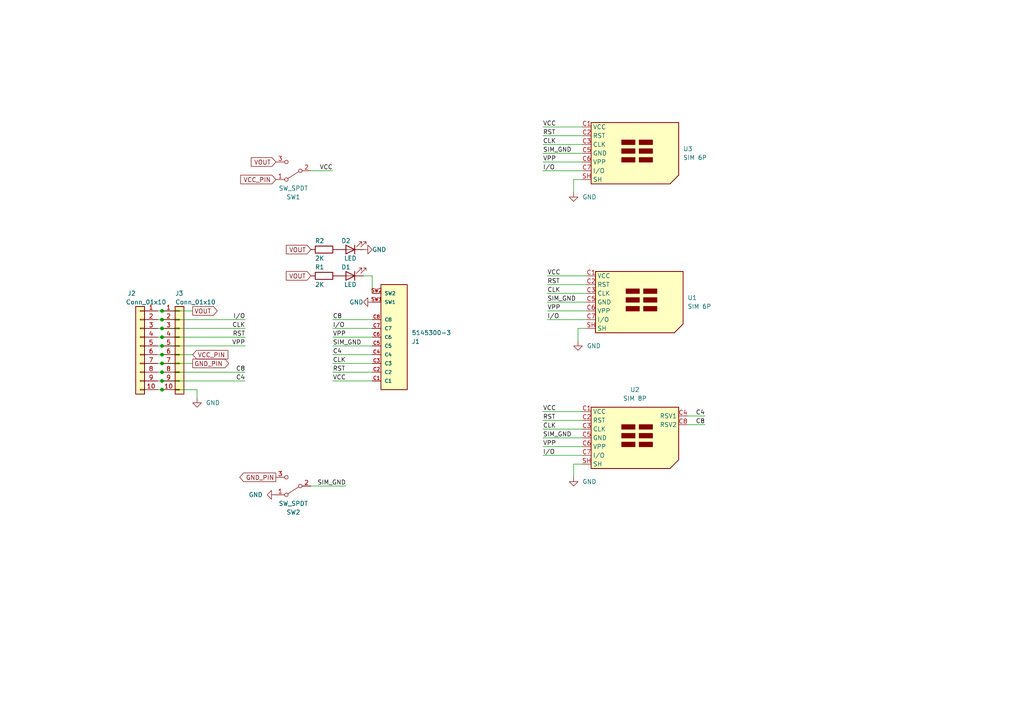
<source format=kicad_sch>
(kicad_sch (version 20230121) (generator eeschema)

  (uuid 0e90689e-63e1-4386-8e72-ce616efbd88b)

  (paper "A4")

  (lib_symbols
    (symbol "5145300-3:5145300-3" (pin_names (offset 1.016)) (in_bom yes) (on_board yes)
      (property "Reference" "J" (at -5.0883 15.9011 0)
        (effects (font (size 1.27 1.27)) (justify left bottom))
      )
      (property "Value" "5145300-3" (at -5.0832 -17.7912 0)
        (effects (font (size 1.27 1.27)) (justify left bottom))
      )
      (property "Footprint" "5145300-3:TE_5145300-3" (at 0 0 0)
        (effects (font (size 1.27 1.27)) (justify bottom) hide)
      )
      (property "Datasheet" "" (at 0 0 0)
        (effects (font (size 1.27 1.27)) hide)
      )
      (property "Comment" "5145300-3" (at 0 0 0)
        (effects (font (size 1.27 1.27)) (justify bottom) hide)
      )
      (property "MF" "TE Connectivity" (at 0 0 0)
        (effects (font (size 1.27 1.27)) (justify bottom) hide)
      )
      (property "Description" "\nConn Smart Card RCP 8 POS 2.54mm Solder ST SMD Tray\n" (at 0 0 0)
        (effects (font (size 1.27 1.27)) (justify bottom) hide)
      )
      (property "Package" "None" (at 0 0 0)
        (effects (font (size 1.27 1.27)) (justify bottom) hide)
      )
      (property "Price" "None" (at 0 0 0)
        (effects (font (size 1.27 1.27)) (justify bottom) hide)
      )
      (property "Check_prices" "https://www.snapeda.com/parts/5145300-3/TE+Connectivity+AMP+Connectors/view-part/?ref=eda" (at 0 0 0)
        (effects (font (size 1.27 1.27)) (justify bottom) hide)
      )
      (property "STANDARD" "Manufacturer recommendations" (at 0 0 0)
        (effects (font (size 1.27 1.27)) (justify bottom) hide)
      )
      (property "PARTREV" "C3" (at 0 0 0)
        (effects (font (size 1.27 1.27)) (justify bottom) hide)
      )
      (property "SnapEDA_Link" "https://www.snapeda.com/parts/5145300-3/TE+Connectivity+AMP+Connectors/view-part/?ref=snap" (at 0 0 0)
        (effects (font (size 1.27 1.27)) (justify bottom) hide)
      )
      (property "MP" "5145300-3" (at 0 0 0)
        (effects (font (size 1.27 1.27)) (justify bottom) hide)
      )
      (property "Purchase-URL" "https://www.snapeda.com/api/url_track_click_mouser/?unipart_id=543619&manufacturer=TE Connectivity&part_name=5145300-3&search_term=smart card connector" (at 0 0 0)
        (effects (font (size 1.27 1.27)) (justify bottom) hide)
      )
      (property "EU_RoHS_Compliance" "Compliant" (at 0 0 0)
        (effects (font (size 1.27 1.27)) (justify bottom) hide)
      )
      (property "Availability" "In Stock" (at 0 0 0)
        (effects (font (size 1.27 1.27)) (justify bottom) hide)
      )
      (property "MANUFACTURER" "TE Connectivity" (at 0 0 0)
        (effects (font (size 1.27 1.27)) (justify bottom) hide)
      )
      (symbol "5145300-3_0_0"
        (rectangle (start -5.08 -15.24) (end 2.54 15.24)
          (stroke (width 0.254) (type default))
          (fill (type background))
        )
        (pin passive line (at -7.62 12.7 0) (length 2.54)
          (name "C1" (effects (font (size 1.016 1.016))))
          (number "C1" (effects (font (size 1.016 1.016))))
        )
        (pin passive line (at -7.62 10.16 0) (length 2.54)
          (name "C2" (effects (font (size 1.016 1.016))))
          (number "C2" (effects (font (size 1.016 1.016))))
        )
        (pin passive line (at -7.62 7.62 0) (length 2.54)
          (name "C3" (effects (font (size 1.016 1.016))))
          (number "C3" (effects (font (size 1.016 1.016))))
        )
        (pin passive line (at -7.62 5.08 0) (length 2.54)
          (name "C4" (effects (font (size 1.016 1.016))))
          (number "C4" (effects (font (size 1.016 1.016))))
        )
        (pin passive line (at -7.62 2.54 0) (length 2.54)
          (name "C5" (effects (font (size 1.016 1.016))))
          (number "C5" (effects (font (size 1.016 1.016))))
        )
        (pin passive line (at -7.62 0 0) (length 2.54)
          (name "C6" (effects (font (size 1.016 1.016))))
          (number "C6" (effects (font (size 1.016 1.016))))
        )
        (pin passive line (at -7.62 -2.54 0) (length 2.54)
          (name "C7" (effects (font (size 1.016 1.016))))
          (number "C7" (effects (font (size 1.016 1.016))))
        )
        (pin passive line (at -7.62 -5.08 0) (length 2.54)
          (name "C8" (effects (font (size 1.016 1.016))))
          (number "C8" (effects (font (size 1.016 1.016))))
        )
        (pin passive line (at -7.62 -10.16 0) (length 2.54)
          (name "SW1" (effects (font (size 1.016 1.016))))
          (number "SW1" (effects (font (size 1.016 1.016))))
        )
        (pin passive line (at -7.62 -12.7 0) (length 2.54)
          (name "SW2" (effects (font (size 1.016 1.016))))
          (number "SW2" (effects (font (size 1.016 1.016))))
        )
      )
    )
    (symbol "Connector_Generic:Conn_01x10" (pin_names (offset 1.016) hide) (in_bom yes) (on_board yes)
      (property "Reference" "J" (at 0 12.7 0)
        (effects (font (size 1.27 1.27)))
      )
      (property "Value" "Conn_01x10" (at 0 -15.24 0)
        (effects (font (size 1.27 1.27)))
      )
      (property "Footprint" "" (at 0 0 0)
        (effects (font (size 1.27 1.27)) hide)
      )
      (property "Datasheet" "~" (at 0 0 0)
        (effects (font (size 1.27 1.27)) hide)
      )
      (property "ki_keywords" "connector" (at 0 0 0)
        (effects (font (size 1.27 1.27)) hide)
      )
      (property "ki_description" "Generic connector, single row, 01x10, script generated (kicad-library-utils/schlib/autogen/connector/)" (at 0 0 0)
        (effects (font (size 1.27 1.27)) hide)
      )
      (property "ki_fp_filters" "Connector*:*_1x??_*" (at 0 0 0)
        (effects (font (size 1.27 1.27)) hide)
      )
      (symbol "Conn_01x10_1_1"
        (rectangle (start -1.27 -12.573) (end 0 -12.827)
          (stroke (width 0.1524) (type default))
          (fill (type none))
        )
        (rectangle (start -1.27 -10.033) (end 0 -10.287)
          (stroke (width 0.1524) (type default))
          (fill (type none))
        )
        (rectangle (start -1.27 -7.493) (end 0 -7.747)
          (stroke (width 0.1524) (type default))
          (fill (type none))
        )
        (rectangle (start -1.27 -4.953) (end 0 -5.207)
          (stroke (width 0.1524) (type default))
          (fill (type none))
        )
        (rectangle (start -1.27 -2.413) (end 0 -2.667)
          (stroke (width 0.1524) (type default))
          (fill (type none))
        )
        (rectangle (start -1.27 0.127) (end 0 -0.127)
          (stroke (width 0.1524) (type default))
          (fill (type none))
        )
        (rectangle (start -1.27 2.667) (end 0 2.413)
          (stroke (width 0.1524) (type default))
          (fill (type none))
        )
        (rectangle (start -1.27 5.207) (end 0 4.953)
          (stroke (width 0.1524) (type default))
          (fill (type none))
        )
        (rectangle (start -1.27 7.747) (end 0 7.493)
          (stroke (width 0.1524) (type default))
          (fill (type none))
        )
        (rectangle (start -1.27 10.287) (end 0 10.033)
          (stroke (width 0.1524) (type default))
          (fill (type none))
        )
        (rectangle (start -1.27 11.43) (end 1.27 -13.97)
          (stroke (width 0.254) (type default))
          (fill (type background))
        )
        (pin passive line (at -5.08 10.16 0) (length 3.81)
          (name "Pin_1" (effects (font (size 1.27 1.27))))
          (number "1" (effects (font (size 1.27 1.27))))
        )
        (pin passive line (at -5.08 -12.7 0) (length 3.81)
          (name "Pin_10" (effects (font (size 1.27 1.27))))
          (number "10" (effects (font (size 1.27 1.27))))
        )
        (pin passive line (at -5.08 7.62 0) (length 3.81)
          (name "Pin_2" (effects (font (size 1.27 1.27))))
          (number "2" (effects (font (size 1.27 1.27))))
        )
        (pin passive line (at -5.08 5.08 0) (length 3.81)
          (name "Pin_3" (effects (font (size 1.27 1.27))))
          (number "3" (effects (font (size 1.27 1.27))))
        )
        (pin passive line (at -5.08 2.54 0) (length 3.81)
          (name "Pin_4" (effects (font (size 1.27 1.27))))
          (number "4" (effects (font (size 1.27 1.27))))
        )
        (pin passive line (at -5.08 0 0) (length 3.81)
          (name "Pin_5" (effects (font (size 1.27 1.27))))
          (number "5" (effects (font (size 1.27 1.27))))
        )
        (pin passive line (at -5.08 -2.54 0) (length 3.81)
          (name "Pin_6" (effects (font (size 1.27 1.27))))
          (number "6" (effects (font (size 1.27 1.27))))
        )
        (pin passive line (at -5.08 -5.08 0) (length 3.81)
          (name "Pin_7" (effects (font (size 1.27 1.27))))
          (number "7" (effects (font (size 1.27 1.27))))
        )
        (pin passive line (at -5.08 -7.62 0) (length 3.81)
          (name "Pin_8" (effects (font (size 1.27 1.27))))
          (number "8" (effects (font (size 1.27 1.27))))
        )
        (pin passive line (at -5.08 -10.16 0) (length 3.81)
          (name "Pin_9" (effects (font (size 1.27 1.27))))
          (number "9" (effects (font (size 1.27 1.27))))
        )
      )
    )
    (symbol "Device:LED" (pin_numbers hide) (pin_names (offset 1.016) hide) (in_bom yes) (on_board yes)
      (property "Reference" "D" (at 0 2.54 0)
        (effects (font (size 1.27 1.27)))
      )
      (property "Value" "LED" (at 0 -2.54 0)
        (effects (font (size 1.27 1.27)))
      )
      (property "Footprint" "" (at 0 0 0)
        (effects (font (size 1.27 1.27)) hide)
      )
      (property "Datasheet" "~" (at 0 0 0)
        (effects (font (size 1.27 1.27)) hide)
      )
      (property "ki_keywords" "LED diode" (at 0 0 0)
        (effects (font (size 1.27 1.27)) hide)
      )
      (property "ki_description" "Light emitting diode" (at 0 0 0)
        (effects (font (size 1.27 1.27)) hide)
      )
      (property "ki_fp_filters" "LED* LED_SMD:* LED_THT:*" (at 0 0 0)
        (effects (font (size 1.27 1.27)) hide)
      )
      (symbol "LED_0_1"
        (polyline
          (pts
            (xy -1.27 -1.27)
            (xy -1.27 1.27)
          )
          (stroke (width 0.254) (type default))
          (fill (type none))
        )
        (polyline
          (pts
            (xy -1.27 0)
            (xy 1.27 0)
          )
          (stroke (width 0) (type default))
          (fill (type none))
        )
        (polyline
          (pts
            (xy 1.27 -1.27)
            (xy 1.27 1.27)
            (xy -1.27 0)
            (xy 1.27 -1.27)
          )
          (stroke (width 0.254) (type default))
          (fill (type none))
        )
        (polyline
          (pts
            (xy -3.048 -0.762)
            (xy -4.572 -2.286)
            (xy -3.81 -2.286)
            (xy -4.572 -2.286)
            (xy -4.572 -1.524)
          )
          (stroke (width 0) (type default))
          (fill (type none))
        )
        (polyline
          (pts
            (xy -1.778 -0.762)
            (xy -3.302 -2.286)
            (xy -2.54 -2.286)
            (xy -3.302 -2.286)
            (xy -3.302 -1.524)
          )
          (stroke (width 0) (type default))
          (fill (type none))
        )
      )
      (symbol "LED_1_1"
        (pin passive line (at -3.81 0 0) (length 2.54)
          (name "K" (effects (font (size 1.27 1.27))))
          (number "1" (effects (font (size 1.27 1.27))))
        )
        (pin passive line (at 3.81 0 180) (length 2.54)
          (name "A" (effects (font (size 1.27 1.27))))
          (number "2" (effects (font (size 1.27 1.27))))
        )
      )
    )
    (symbol "Device:R" (pin_numbers hide) (pin_names (offset 0)) (in_bom yes) (on_board yes)
      (property "Reference" "R" (at 2.032 0 90)
        (effects (font (size 1.27 1.27)))
      )
      (property "Value" "R" (at 0 0 90)
        (effects (font (size 1.27 1.27)))
      )
      (property "Footprint" "" (at -1.778 0 90)
        (effects (font (size 1.27 1.27)) hide)
      )
      (property "Datasheet" "~" (at 0 0 0)
        (effects (font (size 1.27 1.27)) hide)
      )
      (property "ki_keywords" "R res resistor" (at 0 0 0)
        (effects (font (size 1.27 1.27)) hide)
      )
      (property "ki_description" "Resistor" (at 0 0 0)
        (effects (font (size 1.27 1.27)) hide)
      )
      (property "ki_fp_filters" "R_*" (at 0 0 0)
        (effects (font (size 1.27 1.27)) hide)
      )
      (symbol "R_0_1"
        (rectangle (start -1.016 -2.54) (end 1.016 2.54)
          (stroke (width 0.254) (type default))
          (fill (type none))
        )
      )
      (symbol "R_1_1"
        (pin passive line (at 0 3.81 270) (length 1.27)
          (name "~" (effects (font (size 1.27 1.27))))
          (number "1" (effects (font (size 1.27 1.27))))
        )
        (pin passive line (at 0 -3.81 90) (length 1.27)
          (name "~" (effects (font (size 1.27 1.27))))
          (number "2" (effects (font (size 1.27 1.27))))
        )
      )
    )
    (symbol "Switch:SW_SPDT" (pin_names (offset 0) hide) (in_bom yes) (on_board yes)
      (property "Reference" "SW" (at 0 4.318 0)
        (effects (font (size 1.27 1.27)))
      )
      (property "Value" "SW_SPDT" (at 0 -5.08 0)
        (effects (font (size 1.27 1.27)))
      )
      (property "Footprint" "" (at 0 0 0)
        (effects (font (size 1.27 1.27)) hide)
      )
      (property "Datasheet" "~" (at 0 0 0)
        (effects (font (size 1.27 1.27)) hide)
      )
      (property "ki_keywords" "switch single-pole double-throw spdt ON-ON" (at 0 0 0)
        (effects (font (size 1.27 1.27)) hide)
      )
      (property "ki_description" "Switch, single pole double throw" (at 0 0 0)
        (effects (font (size 1.27 1.27)) hide)
      )
      (symbol "SW_SPDT_0_0"
        (circle (center -2.032 0) (radius 0.508)
          (stroke (width 0) (type default))
          (fill (type none))
        )
        (circle (center 2.032 -2.54) (radius 0.508)
          (stroke (width 0) (type default))
          (fill (type none))
        )
      )
      (symbol "SW_SPDT_0_1"
        (polyline
          (pts
            (xy -1.524 0.254)
            (xy 1.651 2.286)
          )
          (stroke (width 0) (type default))
          (fill (type none))
        )
        (circle (center 2.032 2.54) (radius 0.508)
          (stroke (width 0) (type default))
          (fill (type none))
        )
      )
      (symbol "SW_SPDT_1_1"
        (pin passive line (at 5.08 2.54 180) (length 2.54)
          (name "A" (effects (font (size 1.27 1.27))))
          (number "1" (effects (font (size 1.27 1.27))))
        )
        (pin passive line (at -5.08 0 0) (length 2.54)
          (name "B" (effects (font (size 1.27 1.27))))
          (number "2" (effects (font (size 1.27 1.27))))
        )
        (pin passive line (at 5.08 -2.54 180) (length 2.54)
          (name "C" (effects (font (size 1.27 1.27))))
          (number "3" (effects (font (size 1.27 1.27))))
        )
      )
    )
    (symbol "power:GND" (power) (pin_names (offset 0)) (in_bom yes) (on_board yes)
      (property "Reference" "#PWR" (at 0 -6.35 0)
        (effects (font (size 1.27 1.27)) hide)
      )
      (property "Value" "GND" (at 0 -3.81 0)
        (effects (font (size 1.27 1.27)))
      )
      (property "Footprint" "" (at 0 0 0)
        (effects (font (size 1.27 1.27)) hide)
      )
      (property "Datasheet" "" (at 0 0 0)
        (effects (font (size 1.27 1.27)) hide)
      )
      (property "ki_keywords" "global power" (at 0 0 0)
        (effects (font (size 1.27 1.27)) hide)
      )
      (property "ki_description" "Power symbol creates a global label with name \"GND\" , ground" (at 0 0 0)
        (effects (font (size 1.27 1.27)) hide)
      )
      (symbol "GND_0_1"
        (polyline
          (pts
            (xy 0 0)
            (xy 0 -1.27)
            (xy 1.27 -1.27)
            (xy 0 -2.54)
            (xy -1.27 -1.27)
            (xy 0 -1.27)
          )
          (stroke (width 0) (type default))
          (fill (type none))
        )
      )
      (symbol "GND_1_1"
        (pin power_in line (at 0 0 270) (length 0) hide
          (name "GND" (effects (font (size 1.27 1.27))))
          (number "1" (effects (font (size 1.27 1.27))))
        )
      )
    )
    (symbol "sim card:SIM 6P" (in_bom yes) (on_board yes)
      (property "Reference" "U" (at 11.43 12.7 0)
        (effects (font (size 1.27 1.27)))
      )
      (property "Value" "SIM 6P" (at 11.43 10.16 0)
        (effects (font (size 1.27 1.27)))
      )
      (property "Footprint" "" (at 11.43 12.7 0)
        (effects (font (size 1.27 1.27)) hide)
      )
      (property "Datasheet" "" (at 11.43 12.7 0)
        (effects (font (size 1.27 1.27)) hide)
      )
      (symbol "SIM 6P_0_1"
        (polyline
          (pts
            (xy 0 8.89)
            (xy 0 -8.89)
            (xy 22.86 -8.89)
            (xy 25.4 -6.35)
            (xy 25.4 8.89)
            (xy 0 8.89)
          )
          (stroke (width 0.254) (type default))
          (fill (type background))
        )
        (rectangle (start 8.89 -2.54) (end 12.7 -1.27)
          (stroke (width 0.254) (type default))
          (fill (type outline))
        )
        (rectangle (start 8.89 0) (end 12.7 1.27)
          (stroke (width 0.254) (type default))
          (fill (type outline))
        )
        (rectangle (start 8.89 2.54) (end 12.7 3.81)
          (stroke (width 0.254) (type default))
          (fill (type outline))
        )
        (rectangle (start 13.97 -1.27) (end 17.78 -2.54)
          (stroke (width 0.254) (type default))
          (fill (type outline))
        )
        (rectangle (start 13.97 0) (end 17.78 1.27)
          (stroke (width 0.254) (type default))
          (fill (type outline))
        )
        (rectangle (start 13.97 2.54) (end 17.78 3.81)
          (stroke (width 0.254) (type default))
          (fill (type outline))
        )
      )
      (symbol "SIM 6P_1_1"
        (pin power_in line (at -2.54 7.62 0) (length 2.54)
          (name "VCC" (effects (font (size 1.27 1.27))))
          (number "C1" (effects (font (size 1.27 1.27))))
        )
        (pin input line (at -2.54 5.08 0) (length 2.54)
          (name "RST" (effects (font (size 1.27 1.27))))
          (number "C2" (effects (font (size 1.27 1.27))))
        )
        (pin input line (at -2.54 2.54 0) (length 2.54)
          (name "CLK" (effects (font (size 1.27 1.27))))
          (number "C3" (effects (font (size 1.27 1.27))))
        )
        (pin power_in line (at -2.54 0 0) (length 2.54)
          (name "GND" (effects (font (size 1.27 1.27))))
          (number "C5" (effects (font (size 1.27 1.27))))
        )
        (pin input line (at -2.54 -2.54 0) (length 2.54)
          (name "VPP" (effects (font (size 1.27 1.27))))
          (number "C6" (effects (font (size 1.27 1.27))))
        )
        (pin bidirectional line (at -2.54 -5.08 0) (length 2.54)
          (name "I/O" (effects (font (size 1.27 1.27))))
          (number "C7" (effects (font (size 1.27 1.27))))
        )
        (pin passive line (at -2.54 -7.62 0) (length 2.54)
          (name "SH" (effects (font (size 1.27 1.27))))
          (number "SH" (effects (font (size 1.27 1.27))))
        )
      )
    )
    (symbol "sim card:SIM 8P" (in_bom yes) (on_board yes)
      (property "Reference" "U" (at 11.43 12.7 0)
        (effects (font (size 1.27 1.27)))
      )
      (property "Value" "SIM 8P" (at 11.43 10.16 0)
        (effects (font (size 1.27 1.27)))
      )
      (property "Footprint" "" (at 11.43 12.7 0)
        (effects (font (size 1.27 1.27)) hide)
      )
      (property "Datasheet" "" (at 11.43 12.7 0)
        (effects (font (size 1.27 1.27)) hide)
      )
      (symbol "SIM 8P_0_1"
        (polyline
          (pts
            (xy 0 8.89)
            (xy 0 -8.89)
            (xy 22.86 -8.89)
            (xy 25.4 -6.35)
            (xy 25.4 8.89)
            (xy 0 8.89)
          )
          (stroke (width 0.254) (type default))
          (fill (type background))
        )
        (rectangle (start 8.89 -2.54) (end 12.7 -1.27)
          (stroke (width 0.254) (type default))
          (fill (type outline))
        )
        (rectangle (start 8.89 0) (end 12.7 1.27)
          (stroke (width 0.254) (type default))
          (fill (type outline))
        )
        (rectangle (start 8.89 2.54) (end 12.7 3.81)
          (stroke (width 0.254) (type default))
          (fill (type outline))
        )
        (rectangle (start 13.97 -1.27) (end 17.78 -2.54)
          (stroke (width 0.254) (type default))
          (fill (type outline))
        )
        (rectangle (start 13.97 0) (end 17.78 1.27)
          (stroke (width 0.254) (type default))
          (fill (type outline))
        )
        (rectangle (start 13.97 2.54) (end 17.78 3.81)
          (stroke (width 0.254) (type default))
          (fill (type outline))
        )
      )
      (symbol "SIM 8P_1_1"
        (pin power_in line (at -2.54 7.62 0) (length 2.54)
          (name "VCC" (effects (font (size 1.27 1.27))))
          (number "C1" (effects (font (size 1.27 1.27))))
        )
        (pin input line (at -2.54 5.08 0) (length 2.54)
          (name "RST" (effects (font (size 1.27 1.27))))
          (number "C2" (effects (font (size 1.27 1.27))))
        )
        (pin input line (at -2.54 2.54 0) (length 2.54)
          (name "CLK" (effects (font (size 1.27 1.27))))
          (number "C3" (effects (font (size 1.27 1.27))))
        )
        (pin passive line (at 27.94 6.35 180) (length 2.54)
          (name "RSV1" (effects (font (size 1.27 1.27))))
          (number "C4" (effects (font (size 1.27 1.27))))
        )
        (pin power_in line (at -2.54 0 0) (length 2.54)
          (name "GND" (effects (font (size 1.27 1.27))))
          (number "C5" (effects (font (size 1.27 1.27))))
        )
        (pin input line (at -2.54 -2.54 0) (length 2.54)
          (name "VPP" (effects (font (size 1.27 1.27))))
          (number "C6" (effects (font (size 1.27 1.27))))
        )
        (pin bidirectional line (at -2.54 -5.08 0) (length 2.54)
          (name "I/O" (effects (font (size 1.27 1.27))))
          (number "C7" (effects (font (size 1.27 1.27))))
        )
        (pin passive line (at 27.94 3.81 180) (length 2.54)
          (name "RSV2" (effects (font (size 1.27 1.27))))
          (number "C8" (effects (font (size 1.27 1.27))))
        )
        (pin passive line (at -2.54 -7.62 0) (length 2.54)
          (name "SH" (effects (font (size 1.27 1.27))))
          (number "SH" (effects (font (size 1.27 1.27))))
        )
      )
    )
  )

  (junction (at 46.99 102.87) (diameter 0) (color 0 0 0 0)
    (uuid 41f5ef31-6a0e-4c31-b05a-0c3dd79965ff)
  )
  (junction (at 46.99 107.95) (diameter 0) (color 0 0 0 0)
    (uuid 5715eeb8-c059-43b2-9a4c-bdd123174c1a)
  )
  (junction (at 46.99 97.79) (diameter 0) (color 0 0 0 0)
    (uuid 5afe8fd3-8cb6-4d5b-aa1f-92dda4bbca0d)
  )
  (junction (at 46.99 95.25) (diameter 0) (color 0 0 0 0)
    (uuid 8ace857c-13ef-4e96-9952-78675f98c612)
  )
  (junction (at 46.99 92.71) (diameter 0) (color 0 0 0 0)
    (uuid 9316e0a9-65f2-4a4c-83d1-7d7fb0a4f408)
  )
  (junction (at 46.99 113.03) (diameter 0) (color 0 0 0 0)
    (uuid be9dbe39-d724-42bc-a54d-f0f81fad127c)
  )
  (junction (at 46.99 90.17) (diameter 0) (color 0 0 0 0)
    (uuid db70c9c9-adf5-4df9-96ec-9c446d252428)
  )
  (junction (at 46.99 110.49) (diameter 0) (color 0 0 0 0)
    (uuid e63bb385-72c2-4d49-9bdd-3166d9e5a7e2)
  )
  (junction (at 46.99 105.41) (diameter 0) (color 0 0 0 0)
    (uuid ea84e02d-46a0-4291-9ef5-d8bf9597ac0b)
  )
  (junction (at 46.99 100.33) (diameter 0) (color 0 0 0 0)
    (uuid f6254229-b537-4bb1-99b9-2451225b501a)
  )

  (wire (pts (xy 166.37 52.07) (xy 166.37 55.88))
    (stroke (width 0) (type default))
    (uuid 01b2368d-a549-4dc9-bc78-5ef673dcda6f)
  )
  (wire (pts (xy 158.75 85.09) (xy 170.18 85.09))
    (stroke (width 0) (type default))
    (uuid 04412742-3f9e-4b51-8651-1be45e281470)
  )
  (wire (pts (xy 199.39 123.19) (xy 204.47 123.19))
    (stroke (width 0) (type default))
    (uuid 0614ee7a-2b17-4dad-acce-c8579dc5df32)
  )
  (wire (pts (xy 105.41 80.01) (xy 107.95 80.01))
    (stroke (width 0) (type default))
    (uuid 077d881f-6e0e-4b87-85f4-e7907aa41421)
  )
  (wire (pts (xy 157.48 49.53) (xy 168.91 49.53))
    (stroke (width 0) (type default))
    (uuid 085bfa8a-69f6-475c-8c7f-14d30872434e)
  )
  (wire (pts (xy 96.52 102.87) (xy 107.95 102.87))
    (stroke (width 0) (type default))
    (uuid 0a3f5001-5c29-4224-b4f2-bbb42873a484)
  )
  (wire (pts (xy 107.95 80.01) (xy 107.95 85.09))
    (stroke (width 0) (type default))
    (uuid 0aefd7eb-2d4f-4e89-9a7d-d945c86e2946)
  )
  (wire (pts (xy 46.99 97.79) (xy 71.12 97.79))
    (stroke (width 0) (type default))
    (uuid 0c136089-4c86-484f-a2ff-3032cf2b5ac4)
  )
  (wire (pts (xy 46.99 100.33) (xy 45.72 100.33))
    (stroke (width 0) (type default))
    (uuid 149f2b1a-7bb3-4e66-9a0c-316c6346538e)
  )
  (wire (pts (xy 96.52 92.71) (xy 107.95 92.71))
    (stroke (width 0) (type default))
    (uuid 2af4c0d3-4bdc-430d-a074-f4cf3f415323)
  )
  (wire (pts (xy 55.88 90.17) (xy 46.99 90.17))
    (stroke (width 0) (type default))
    (uuid 2f0335bd-b346-4e36-a8d9-06c54eaf1bbb)
  )
  (wire (pts (xy 96.52 110.49) (xy 107.95 110.49))
    (stroke (width 0) (type default))
    (uuid 38e666e1-2b62-49c0-bf74-14c062513b47)
  )
  (wire (pts (xy 167.64 95.25) (xy 167.64 99.06))
    (stroke (width 0) (type default))
    (uuid 3ad9c5e2-ec06-4c37-ba72-f68e18822c1a)
  )
  (wire (pts (xy 46.99 90.17) (xy 45.72 90.17))
    (stroke (width 0) (type default))
    (uuid 3f6d0809-fd0c-4dd5-9a52-f0424b978409)
  )
  (wire (pts (xy 46.99 107.95) (xy 45.72 107.95))
    (stroke (width 0) (type default))
    (uuid 3f8b4573-0fcf-4849-9e0a-e4d4e61db07a)
  )
  (wire (pts (xy 90.17 49.53) (xy 96.52 49.53))
    (stroke (width 0) (type default))
    (uuid 49d10c35-f4d4-4243-81fa-739fd97661c8)
  )
  (wire (pts (xy 46.99 102.87) (xy 45.72 102.87))
    (stroke (width 0) (type default))
    (uuid 512d58f6-c904-477d-9df7-d1c96a84976b)
  )
  (wire (pts (xy 157.48 132.08) (xy 168.91 132.08))
    (stroke (width 0) (type default))
    (uuid 54734a01-61a3-493a-9150-439633ceaed9)
  )
  (wire (pts (xy 157.48 121.92) (xy 168.91 121.92))
    (stroke (width 0) (type default))
    (uuid 56f2c1f7-2ae6-43f2-a9c3-2614aa03b02b)
  )
  (wire (pts (xy 168.91 134.62) (xy 166.37 134.62))
    (stroke (width 0) (type default))
    (uuid 57435153-78a1-4d61-b409-800130390f4d)
  )
  (wire (pts (xy 96.52 107.95) (xy 107.95 107.95))
    (stroke (width 0) (type default))
    (uuid 5860a99d-efdf-47ff-aaaa-8a34351a8202)
  )
  (wire (pts (xy 46.99 95.25) (xy 45.72 95.25))
    (stroke (width 0) (type default))
    (uuid 61d3bd23-1c53-4125-93e7-08fb43589aa4)
  )
  (wire (pts (xy 46.99 113.03) (xy 57.15 113.03))
    (stroke (width 0) (type default))
    (uuid 63741644-391e-4318-bc66-d6f822425ef0)
  )
  (wire (pts (xy 46.99 92.71) (xy 45.72 92.71))
    (stroke (width 0) (type default))
    (uuid 63d37b13-3a36-4e57-9559-14f4797365db)
  )
  (wire (pts (xy 57.15 115.57) (xy 57.15 113.03))
    (stroke (width 0) (type default))
    (uuid 66a88942-794c-4a74-8d65-a46ca3989476)
  )
  (wire (pts (xy 46.99 113.03) (xy 45.72 113.03))
    (stroke (width 0) (type default))
    (uuid 6c0bb379-d1a3-4e5f-8a33-a9b5708e3e85)
  )
  (wire (pts (xy 158.75 90.17) (xy 170.18 90.17))
    (stroke (width 0) (type default))
    (uuid 73908c74-47d0-437a-8560-da0f598908d1)
  )
  (wire (pts (xy 96.52 105.41) (xy 107.95 105.41))
    (stroke (width 0) (type default))
    (uuid 7503cdda-a137-40bd-968e-97558b3092a7)
  )
  (wire (pts (xy 46.99 107.95) (xy 71.12 107.95))
    (stroke (width 0) (type default))
    (uuid 75ea4e3e-e5f4-4e9c-80cc-b9b92bbc2e54)
  )
  (wire (pts (xy 168.91 52.07) (xy 166.37 52.07))
    (stroke (width 0) (type default))
    (uuid 77ff7b85-30f7-43d2-b87d-3b18de1de75f)
  )
  (wire (pts (xy 96.52 97.79) (xy 107.95 97.79))
    (stroke (width 0) (type default))
    (uuid 8067b2f5-53f1-4c75-b50d-9f8f2f725854)
  )
  (wire (pts (xy 157.48 41.91) (xy 168.91 41.91))
    (stroke (width 0) (type default))
    (uuid 935d1375-4e98-43a7-be6b-799ff1c27b0f)
  )
  (wire (pts (xy 157.48 127) (xy 168.91 127))
    (stroke (width 0) (type default))
    (uuid 945b9e5d-1cf3-4d49-926b-3c2f283a2184)
  )
  (wire (pts (xy 46.99 105.41) (xy 45.72 105.41))
    (stroke (width 0) (type default))
    (uuid 9b347d5b-15c9-44f6-a48f-f062589cdd21)
  )
  (wire (pts (xy 157.48 36.83) (xy 168.91 36.83))
    (stroke (width 0) (type default))
    (uuid 9f0b1da0-2bff-4b17-b9be-404130e8105b)
  )
  (wire (pts (xy 157.48 119.38) (xy 168.91 119.38))
    (stroke (width 0) (type default))
    (uuid a4d16414-9793-45e9-bbe9-d1696c8f095c)
  )
  (wire (pts (xy 170.18 95.25) (xy 167.64 95.25))
    (stroke (width 0) (type default))
    (uuid a71d9e56-8c98-445f-81d1-392822945a4b)
  )
  (wire (pts (xy 46.99 102.87) (xy 55.88 102.87))
    (stroke (width 0) (type default))
    (uuid a905a526-c487-4e9f-a5d9-629bcf394a08)
  )
  (wire (pts (xy 157.48 124.46) (xy 168.91 124.46))
    (stroke (width 0) (type default))
    (uuid b08e6e2f-6149-45aa-bea5-9034a0a79a24)
  )
  (wire (pts (xy 158.75 80.01) (xy 170.18 80.01))
    (stroke (width 0) (type default))
    (uuid b47024cc-027c-4681-a3f7-1a583f6432a6)
  )
  (wire (pts (xy 199.39 120.65) (xy 204.47 120.65))
    (stroke (width 0) (type default))
    (uuid b66d2e25-43e3-432b-9c2c-17f1aa9bd505)
  )
  (wire (pts (xy 157.48 46.99) (xy 168.91 46.99))
    (stroke (width 0) (type default))
    (uuid bdf1ddd7-3960-49f9-891e-e256c72b3d0a)
  )
  (wire (pts (xy 46.99 110.49) (xy 71.12 110.49))
    (stroke (width 0) (type default))
    (uuid c85696f2-0f51-4ab5-81d2-579a84cc0391)
  )
  (wire (pts (xy 96.52 95.25) (xy 107.95 95.25))
    (stroke (width 0) (type default))
    (uuid cb5731ac-d684-46ae-8d44-2f8842934564)
  )
  (wire (pts (xy 166.37 134.62) (xy 166.37 138.43))
    (stroke (width 0) (type default))
    (uuid cc6060ae-05e4-42d6-9824-c7fc7af24f5b)
  )
  (wire (pts (xy 46.99 100.33) (xy 71.12 100.33))
    (stroke (width 0) (type default))
    (uuid cea736ce-104a-4baa-b10c-11943283bd04)
  )
  (wire (pts (xy 157.48 44.45) (xy 168.91 44.45))
    (stroke (width 0) (type default))
    (uuid cfc199fa-9ec2-4ece-8a02-a63ad616132f)
  )
  (wire (pts (xy 46.99 110.49) (xy 45.72 110.49))
    (stroke (width 0) (type default))
    (uuid d33bbb3c-2fe8-446d-9a45-98f625226234)
  )
  (wire (pts (xy 158.75 87.63) (xy 170.18 87.63))
    (stroke (width 0) (type default))
    (uuid d37ee445-ffcd-429a-92df-e1c3667e6733)
  )
  (wire (pts (xy 157.48 129.54) (xy 168.91 129.54))
    (stroke (width 0) (type default))
    (uuid d80dc72f-414d-40a9-bb6e-c85d093bf8ac)
  )
  (wire (pts (xy 46.99 97.79) (xy 45.72 97.79))
    (stroke (width 0) (type default))
    (uuid dce1f72b-0197-4a04-91cd-4b721601e982)
  )
  (wire (pts (xy 46.99 105.41) (xy 55.88 105.41))
    (stroke (width 0) (type default))
    (uuid df1bdf4c-6dcd-4904-9c68-af1d20869d75)
  )
  (wire (pts (xy 46.99 92.71) (xy 71.12 92.71))
    (stroke (width 0) (type default))
    (uuid e91bb3a8-e005-408d-82fb-731d8b7af117)
  )
  (wire (pts (xy 157.48 39.37) (xy 168.91 39.37))
    (stroke (width 0) (type default))
    (uuid ea88ccb2-2ffc-4d58-970a-b3a3bf4d5854)
  )
  (wire (pts (xy 46.99 95.25) (xy 71.12 95.25))
    (stroke (width 0) (type default))
    (uuid ef090016-3a74-44e8-b3bb-d1d8258a8af0)
  )
  (wire (pts (xy 158.75 82.55) (xy 170.18 82.55))
    (stroke (width 0) (type default))
    (uuid f0195406-6952-4e12-afd7-1562b13911e2)
  )
  (wire (pts (xy 158.75 92.71) (xy 170.18 92.71))
    (stroke (width 0) (type default))
    (uuid f324f833-0600-4b5b-a2ad-e2d7470c3662)
  )
  (wire (pts (xy 90.17 140.97) (xy 100.33 140.97))
    (stroke (width 0) (type default))
    (uuid fa54fa6a-f91b-4e61-9c2d-d0689a7eba89)
  )
  (wire (pts (xy 96.52 100.33) (xy 107.95 100.33))
    (stroke (width 0) (type default))
    (uuid fe24f46a-d5cb-416b-80b6-ede284ce926b)
  )

  (label "VPP" (at 157.48 129.54 0) (fields_autoplaced)
    (effects (font (size 1.27 1.27)) (justify left bottom))
    (uuid 06a6b4fc-fb28-4ea9-be7c-85e6b977527a)
  )
  (label "SIM_GND" (at 157.48 127 0) (fields_autoplaced)
    (effects (font (size 1.27 1.27)) (justify left bottom))
    (uuid 085a73cf-3109-47c3-bec2-e00ec115bec5)
  )
  (label "C8" (at 96.52 92.71 0) (fields_autoplaced)
    (effects (font (size 1.27 1.27)) (justify left bottom))
    (uuid 11999863-4c6c-40a2-ab9f-a63ed46fdcd1)
  )
  (label "I{slash}O" (at 96.52 95.25 0) (fields_autoplaced)
    (effects (font (size 1.27 1.27)) (justify left bottom))
    (uuid 11aad79e-fc0f-4dcd-981c-8f3915d1ec72)
  )
  (label "RST" (at 158.75 82.55 0) (fields_autoplaced)
    (effects (font (size 1.27 1.27)) (justify left bottom))
    (uuid 13250b46-d92c-4c99-b62f-d41a062b8821)
  )
  (label "I{slash}O" (at 157.48 49.53 0) (fields_autoplaced)
    (effects (font (size 1.27 1.27)) (justify left bottom))
    (uuid 15ebc4c1-7438-40a8-a2e2-1fcb28fd133d)
  )
  (label "I{slash}O" (at 157.48 132.08 0) (fields_autoplaced)
    (effects (font (size 1.27 1.27)) (justify left bottom))
    (uuid 1a4f2d0e-2a42-46a2-b1f5-4c2fcbd6e2d5)
  )
  (label "I{slash}O" (at 158.75 92.71 0) (fields_autoplaced)
    (effects (font (size 1.27 1.27)) (justify left bottom))
    (uuid 1f02a7d5-03eb-4e65-b46c-39c98a7e9f8d)
  )
  (label "CLK" (at 71.12 95.25 180) (fields_autoplaced)
    (effects (font (size 1.27 1.27)) (justify right bottom))
    (uuid 1fd1f8e2-b913-4cd0-bc99-da6489e98bec)
  )
  (label "C4" (at 96.52 102.87 0) (fields_autoplaced)
    (effects (font (size 1.27 1.27)) (justify left bottom))
    (uuid 2bf88ad1-61df-4f53-aa5a-d34c0e76a6f6)
  )
  (label "VCC" (at 157.48 119.38 0) (fields_autoplaced)
    (effects (font (size 1.27 1.27)) (justify left bottom))
    (uuid 394ff4d8-fea4-4a39-b8e4-fad7fda13260)
  )
  (label "SIM_GND" (at 96.52 100.33 0) (fields_autoplaced)
    (effects (font (size 1.27 1.27)) (justify left bottom))
    (uuid 3cc8d61c-bfab-4476-a7f7-6938a939f06f)
  )
  (label "I{slash}O" (at 71.12 92.71 180) (fields_autoplaced)
    (effects (font (size 1.27 1.27)) (justify right bottom))
    (uuid 44fd94ff-a223-4221-a4ca-b1abb5ea58fa)
  )
  (label "C8" (at 204.47 123.19 180) (fields_autoplaced)
    (effects (font (size 1.27 1.27)) (justify right bottom))
    (uuid 4820d975-cc66-42f9-8b9a-8b3937593358)
  )
  (label "SIM_GND" (at 100.33 140.97 180) (fields_autoplaced)
    (effects (font (size 1.27 1.27)) (justify right bottom))
    (uuid 49206e2c-84b0-4c2b-ba60-47ea88f46994)
  )
  (label "VPP" (at 157.48 46.99 0) (fields_autoplaced)
    (effects (font (size 1.27 1.27)) (justify left bottom))
    (uuid 4d54f302-c493-40ca-ba73-32e19558674f)
  )
  (label "VCC" (at 96.52 49.53 180) (fields_autoplaced)
    (effects (font (size 1.27 1.27)) (justify right bottom))
    (uuid 55203fa1-9bbb-4d62-9846-295d1f8e11bf)
  )
  (label "C8" (at 71.12 107.95 180) (fields_autoplaced)
    (effects (font (size 1.27 1.27)) (justify right bottom))
    (uuid 578dbc66-b929-4277-a5b1-634dae8473b9)
  )
  (label "VPP" (at 158.75 90.17 0) (fields_autoplaced)
    (effects (font (size 1.27 1.27)) (justify left bottom))
    (uuid 582532af-8c54-4ff9-8167-b21ba103fafe)
  )
  (label "VCC" (at 157.48 36.83 0) (fields_autoplaced)
    (effects (font (size 1.27 1.27)) (justify left bottom))
    (uuid 5d671cc6-6399-4fde-98a7-849bb73a098e)
  )
  (label "CLK" (at 158.75 85.09 0) (fields_autoplaced)
    (effects (font (size 1.27 1.27)) (justify left bottom))
    (uuid 63f204f8-732c-4626-8b2d-acf0ba85d98d)
  )
  (label "C4" (at 71.12 110.49 180) (fields_autoplaced)
    (effects (font (size 1.27 1.27)) (justify right bottom))
    (uuid 66c915be-fcdb-4a43-a53d-83402cc5feb5)
  )
  (label "RST" (at 157.48 39.37 0) (fields_autoplaced)
    (effects (font (size 1.27 1.27)) (justify left bottom))
    (uuid 8376afa5-4dc3-4bf1-a547-86cdef92a5a9)
  )
  (label "RST" (at 96.52 107.95 0) (fields_autoplaced)
    (effects (font (size 1.27 1.27)) (justify left bottom))
    (uuid 8732e94d-5884-4fff-8518-12c087f5b297)
  )
  (label "CLK" (at 96.52 105.41 0) (fields_autoplaced)
    (effects (font (size 1.27 1.27)) (justify left bottom))
    (uuid 888fb155-6d05-46d7-9ae3-17f3459df5c0)
  )
  (label "VCC" (at 158.75 80.01 0) (fields_autoplaced)
    (effects (font (size 1.27 1.27)) (justify left bottom))
    (uuid 8b000ebb-38c8-4d2f-8f17-3069261eba1e)
  )
  (label "RST" (at 71.12 97.79 180) (fields_autoplaced)
    (effects (font (size 1.27 1.27)) (justify right bottom))
    (uuid 92467ee6-8263-4e32-ae30-2ac9af1f6d5c)
  )
  (label "SIM_GND" (at 158.75 87.63 0) (fields_autoplaced)
    (effects (font (size 1.27 1.27)) (justify left bottom))
    (uuid b7ae9da4-b12a-4398-90f6-6495ef4c9c94)
  )
  (label "RST" (at 157.48 121.92 0) (fields_autoplaced)
    (effects (font (size 1.27 1.27)) (justify left bottom))
    (uuid c0d30719-6050-4238-b535-641a4984ba1b)
  )
  (label "CLK" (at 157.48 124.46 0) (fields_autoplaced)
    (effects (font (size 1.27 1.27)) (justify left bottom))
    (uuid ca0a4175-d703-467b-b2aa-e6ead4363ce6)
  )
  (label "VPP" (at 71.12 100.33 180) (fields_autoplaced)
    (effects (font (size 1.27 1.27)) (justify right bottom))
    (uuid d38264a9-3531-497b-adba-87004196eb14)
  )
  (label "C4" (at 204.47 120.65 180) (fields_autoplaced)
    (effects (font (size 1.27 1.27)) (justify right bottom))
    (uuid da3073db-019a-4ff5-8761-b073ad040d56)
  )
  (label "VPP" (at 96.52 97.79 0) (fields_autoplaced)
    (effects (font (size 1.27 1.27)) (justify left bottom))
    (uuid f097683a-bc99-4892-a73a-1c32c5f59d05)
  )
  (label "CLK" (at 157.48 41.91 0) (fields_autoplaced)
    (effects (font (size 1.27 1.27)) (justify left bottom))
    (uuid f2469a9b-d144-4a6b-9e28-c3f0afa2430c)
  )
  (label "VCC" (at 96.52 110.49 0) (fields_autoplaced)
    (effects (font (size 1.27 1.27)) (justify left bottom))
    (uuid f8288237-da7a-4c5f-8827-6400a029f029)
  )
  (label "SIM_GND" (at 157.48 44.45 0) (fields_autoplaced)
    (effects (font (size 1.27 1.27)) (justify left bottom))
    (uuid fbc0440a-127a-40e8-bb35-26dfd08daea7)
  )

  (global_label "VOUT" (shape input) (at 90.17 80.01 180) (fields_autoplaced)
    (effects (font (size 1.27 1.27)) (justify right))
    (uuid 0b3e33f9-78b4-4ce9-8466-697abfa17bf1)
    (property "Intersheetrefs" "${INTERSHEET_REFS}" (at 82.4676 80.01 0)
      (effects (font (size 1.27 1.27)) (justify right) hide)
    )
  )
  (global_label "VCC_PIN" (shape input) (at 55.88 102.87 0) (fields_autoplaced)
    (effects (font (size 1.27 1.27)) (justify left))
    (uuid 0b829a9a-5bc9-415f-a31a-f784e9d1abe6)
    (property "Intersheetrefs" "${INTERSHEET_REFS}" (at 66.6667 102.87 0)
      (effects (font (size 1.27 1.27)) (justify left) hide)
    )
  )
  (global_label "VCC_PIN" (shape input) (at 80.01 52.07 180) (fields_autoplaced)
    (effects (font (size 1.27 1.27)) (justify right))
    (uuid 231fd081-bb08-4203-a887-5e131ff7adbf)
    (property "Intersheetrefs" "${INTERSHEET_REFS}" (at 69.2233 52.07 0)
      (effects (font (size 1.27 1.27)) (justify right) hide)
    )
  )
  (global_label "VOUT" (shape output) (at 55.88 90.17 0) (fields_autoplaced)
    (effects (font (size 1.27 1.27)) (justify left))
    (uuid 339bcc46-f992-4f1d-af17-215100f3bbec)
    (property "Intersheetrefs" "${INTERSHEET_REFS}" (at 63.5824 90.17 0)
      (effects (font (size 1.27 1.27)) (justify left) hide)
    )
  )
  (global_label "GND_PIN" (shape output) (at 80.01 138.43 180) (fields_autoplaced)
    (effects (font (size 1.27 1.27)) (justify right))
    (uuid 5cf56935-7037-40ca-8efc-9a28e647cee3)
    (property "Intersheetrefs" "${INTERSHEET_REFS}" (at 68.9814 138.43 0)
      (effects (font (size 1.27 1.27)) (justify right) hide)
    )
  )
  (global_label "VOUT" (shape input) (at 90.17 72.39 180) (fields_autoplaced)
    (effects (font (size 1.27 1.27)) (justify right))
    (uuid 629c84e3-1e5d-406f-b4d8-64442b94df1f)
    (property "Intersheetrefs" "${INTERSHEET_REFS}" (at 82.4676 72.39 0)
      (effects (font (size 1.27 1.27)) (justify right) hide)
    )
  )
  (global_label "VOUT" (shape input) (at 80.01 46.99 180) (fields_autoplaced)
    (effects (font (size 1.27 1.27)) (justify right))
    (uuid 84f6e24b-d268-4c4b-98e9-d560839633c9)
    (property "Intersheetrefs" "${INTERSHEET_REFS}" (at 72.3076 46.99 0)
      (effects (font (size 1.27 1.27)) (justify right) hide)
    )
  )
  (global_label "GND_PIN" (shape output) (at 55.88 105.41 0) (fields_autoplaced)
    (effects (font (size 1.27 1.27)) (justify left))
    (uuid f1cd8dc9-778d-4952-885f-8418f89df746)
    (property "Intersheetrefs" "${INTERSHEET_REFS}" (at 66.9086 105.41 0)
      (effects (font (size 1.27 1.27)) (justify left) hide)
    )
  )

  (symbol (lib_id "Device:LED") (at 101.6 72.39 180) (unit 1)
    (in_bom yes) (on_board yes) (dnp no)
    (uuid 0ca4ef5b-4ac1-43c4-b641-6ec7e5bdab4d)
    (property "Reference" "D2" (at 100.33 69.85 0)
      (effects (font (size 1.27 1.27)))
    )
    (property "Value" "LED" (at 101.6 74.93 0)
      (effects (font (size 1.27 1.27)))
    )
    (property "Footprint" "LED_SMD:LED_0805_2012Metric" (at 101.6 72.39 0)
      (effects (font (size 1.27 1.27)) hide)
    )
    (property "Datasheet" "~" (at 101.6 72.39 0)
      (effects (font (size 1.27 1.27)) hide)
    )
    (pin "1" (uuid a25eecfe-c674-46ce-a8eb-837b841266d3))
    (pin "2" (uuid fcaee3f8-67ed-4e83-b472-daa5a5ff385f))
    (instances
      (project "sim-rev3"
        (path "/0e90689e-63e1-4386-8e72-ce616efbd88b"
          (reference "D2") (unit 1)
        )
      )
    )
  )

  (symbol (lib_id "power:GND") (at 167.64 99.06 0) (unit 1)
    (in_bom yes) (on_board yes) (dnp no) (fields_autoplaced)
    (uuid 1ac5f8c2-9ed9-4691-868e-a67a43757483)
    (property "Reference" "#PWR08" (at 167.64 105.41 0)
      (effects (font (size 1.27 1.27)) hide)
    )
    (property "Value" "GND" (at 170.18 100.33 0)
      (effects (font (size 1.27 1.27)) (justify left))
    )
    (property "Footprint" "" (at 167.64 99.06 0)
      (effects (font (size 1.27 1.27)) hide)
    )
    (property "Datasheet" "" (at 167.64 99.06 0)
      (effects (font (size 1.27 1.27)) hide)
    )
    (pin "1" (uuid 4c087ff4-3518-4322-bef5-784f8f7886e4))
    (instances
      (project "sim-rev3"
        (path "/0e90689e-63e1-4386-8e72-ce616efbd88b"
          (reference "#PWR08") (unit 1)
        )
      )
    )
  )

  (symbol (lib_id "sim card:SIM 6P") (at 171.45 44.45 0) (unit 1)
    (in_bom yes) (on_board yes) (dnp no) (fields_autoplaced)
    (uuid 2b2a022e-9c6f-4f5f-bc6d-890610ca87a5)
    (property "Reference" "U3" (at 198.12 43.18 0)
      (effects (font (size 1.27 1.27)) (justify left))
    )
    (property "Value" "SIM 6P" (at 198.12 45.72 0)
      (effects (font (size 1.27 1.27)) (justify left))
    )
    (property "Footprint" "SIM_CARDS:SIM-0036" (at 182.88 31.75 0)
      (effects (font (size 1.27 1.27)) hide)
    )
    (property "Datasheet" "" (at 182.88 31.75 0)
      (effects (font (size 1.27 1.27)) hide)
    )
    (pin "C1" (uuid 2b00e7de-2cb8-43d6-a346-7c0a65206664))
    (pin "C2" (uuid 2affbe5a-74e2-4108-b717-78f81870c865))
    (pin "C3" (uuid 76fae5e2-4e8d-4dd6-9256-9423e67f884a))
    (pin "C5" (uuid 7c5dae6c-7897-489c-8d8d-496ee732c6d9))
    (pin "C6" (uuid 0bb58e04-daa7-4c7b-9285-a9687a27f0e2))
    (pin "C7" (uuid 0a0d034e-f530-4d13-8f18-2621a0c94eea))
    (pin "SH" (uuid 1b338f5a-4fdf-4034-b247-c4d1a6a73e49))
    (instances
      (project "sim-rev3"
        (path "/0e90689e-63e1-4386-8e72-ce616efbd88b"
          (reference "U3") (unit 1)
        )
      )
    )
  )

  (symbol (lib_id "power:GND") (at 105.41 72.39 90) (unit 1)
    (in_bom yes) (on_board yes) (dnp no)
    (uuid 3355efee-b614-4635-9368-dc6d98d8741f)
    (property "Reference" "#PWR01" (at 111.76 72.39 0)
      (effects (font (size 1.27 1.27)) hide)
    )
    (property "Value" "GND" (at 107.95 72.39 90)
      (effects (font (size 1.27 1.27)) (justify right))
    )
    (property "Footprint" "" (at 105.41 72.39 0)
      (effects (font (size 1.27 1.27)) hide)
    )
    (property "Datasheet" "" (at 105.41 72.39 0)
      (effects (font (size 1.27 1.27)) hide)
    )
    (pin "1" (uuid 3dd0c8e6-c92f-4a8a-b827-c1ecc363444f))
    (instances
      (project "sim-rev3"
        (path "/0e90689e-63e1-4386-8e72-ce616efbd88b"
          (reference "#PWR01") (unit 1)
        )
      )
    )
  )

  (symbol (lib_id "Device:LED") (at 101.6 80.01 180) (unit 1)
    (in_bom yes) (on_board yes) (dnp no)
    (uuid 55232c59-454b-4839-a853-f6991c6d253c)
    (property "Reference" "D1" (at 100.33 77.47 0)
      (effects (font (size 1.27 1.27)))
    )
    (property "Value" "LED" (at 101.6 82.55 0)
      (effects (font (size 1.27 1.27)))
    )
    (property "Footprint" "LED_SMD:LED_0805_2012Metric" (at 101.6 80.01 0)
      (effects (font (size 1.27 1.27)) hide)
    )
    (property "Datasheet" "~" (at 101.6 80.01 0)
      (effects (font (size 1.27 1.27)) hide)
    )
    (pin "1" (uuid 162ecfe9-cf2d-4aea-90ba-8759b149c0b7))
    (pin "2" (uuid 4d6ca439-0fe0-463e-b313-6bac859f50ad))
    (instances
      (project "sim-rev3"
        (path "/0e90689e-63e1-4386-8e72-ce616efbd88b"
          (reference "D1") (unit 1)
        )
      )
    )
  )

  (symbol (lib_id "power:GND") (at 107.95 87.63 270) (unit 1)
    (in_bom yes) (on_board yes) (dnp no)
    (uuid 559f9ed9-0c78-4b44-a615-e0afd57c6db1)
    (property "Reference" "#PWR04" (at 101.6 87.63 0)
      (effects (font (size 1.27 1.27)) hide)
    )
    (property "Value" "GND" (at 105.41 87.63 90)
      (effects (font (size 1.27 1.27)) (justify right))
    )
    (property "Footprint" "" (at 107.95 87.63 0)
      (effects (font (size 1.27 1.27)) hide)
    )
    (property "Datasheet" "" (at 107.95 87.63 0)
      (effects (font (size 1.27 1.27)) hide)
    )
    (pin "1" (uuid 39a1eb9f-c7c9-47bf-a942-80431717fee3))
    (instances
      (project "sim-rev3"
        (path "/0e90689e-63e1-4386-8e72-ce616efbd88b"
          (reference "#PWR04") (unit 1)
        )
      )
    )
  )

  (symbol (lib_id "5145300-3:5145300-3") (at 115.57 97.79 0) (mirror x) (unit 1)
    (in_bom yes) (on_board yes) (dnp no)
    (uuid 6f70818f-64f2-434a-a33f-4233124a749b)
    (property "Reference" "J1" (at 119.38 99.06 0)
      (effects (font (size 1.27 1.27)) (justify left))
    )
    (property "Value" "5145300-3" (at 119.38 96.52 0)
      (effects (font (size 1.27 1.27)) (justify left))
    )
    (property "Footprint" "footprints:TE_5145300-3" (at 115.57 97.79 0)
      (effects (font (size 1.27 1.27)) (justify bottom) hide)
    )
    (property "Datasheet" "" (at 115.57 97.79 0)
      (effects (font (size 1.27 1.27)) hide)
    )
    (property "Comment" "5145300-3" (at 115.57 97.79 0)
      (effects (font (size 1.27 1.27)) (justify bottom) hide)
    )
    (property "MF" "TE Connectivity" (at 115.57 97.79 0)
      (effects (font (size 1.27 1.27)) (justify bottom) hide)
    )
    (property "Description" "\nConn Smart Card RCP 8 POS 2.54mm Solder ST SMD Tray\n" (at 115.57 97.79 0)
      (effects (font (size 1.27 1.27)) (justify bottom) hide)
    )
    (property "Package" "None" (at 115.57 97.79 0)
      (effects (font (size 1.27 1.27)) (justify bottom) hide)
    )
    (property "Price" "None" (at 115.57 97.79 0)
      (effects (font (size 1.27 1.27)) (justify bottom) hide)
    )
    (property "Check_prices" "https://www.snapeda.com/parts/5145300-3/TE+Connectivity+AMP+Connectors/view-part/?ref=eda" (at 115.57 97.79 0)
      (effects (font (size 1.27 1.27)) (justify bottom) hide)
    )
    (property "STANDARD" "Manufacturer recommendations" (at 115.57 97.79 0)
      (effects (font (size 1.27 1.27)) (justify bottom) hide)
    )
    (property "PARTREV" "C3" (at 115.57 97.79 0)
      (effects (font (size 1.27 1.27)) (justify bottom) hide)
    )
    (property "SnapEDA_Link" "https://www.snapeda.com/parts/5145300-3/TE+Connectivity+AMP+Connectors/view-part/?ref=snap" (at 115.57 97.79 0)
      (effects (font (size 1.27 1.27)) (justify bottom) hide)
    )
    (property "MP" "5145300-3" (at 115.57 97.79 0)
      (effects (font (size 1.27 1.27)) (justify bottom) hide)
    )
    (property "Purchase-URL" "https://www.snapeda.com/api/url_track_click_mouser/?unipart_id=543619&manufacturer=TE Connectivity&part_name=5145300-3&search_term=smart card connector" (at 115.57 97.79 0)
      (effects (font (size 1.27 1.27)) (justify bottom) hide)
    )
    (property "EU_RoHS_Compliance" "Compliant" (at 115.57 97.79 0)
      (effects (font (size 1.27 1.27)) (justify bottom) hide)
    )
    (property "Availability" "In Stock" (at 115.57 97.79 0)
      (effects (font (size 1.27 1.27)) (justify bottom) hide)
    )
    (property "MANUFACTURER" "TE Connectivity" (at 115.57 97.79 0)
      (effects (font (size 1.27 1.27)) (justify bottom) hide)
    )
    (pin "C1" (uuid 471d7c4d-1f05-4a33-bd64-81d1ee268ed3))
    (pin "C2" (uuid cf57b40f-9d62-43e5-89d3-1b241469fcc3))
    (pin "C3" (uuid 1e8aedaf-304a-4ee0-8646-b16ca6dada44))
    (pin "C4" (uuid 7d07ecd3-b1ae-4441-b222-6352baa1b076))
    (pin "C5" (uuid ff1e0886-0f4b-4435-a842-c21130d83793))
    (pin "C6" (uuid 9492f48c-84b0-48e1-b8d7-a4af0511a138))
    (pin "C7" (uuid 63aeb1df-aab4-48fb-8dd6-3bdfe15c3862))
    (pin "C8" (uuid cdf12913-39da-4eb6-8a31-514c095a347d))
    (pin "SW1" (uuid bb28770d-cfe3-4e8b-ab97-73577badd265))
    (pin "SW2" (uuid a546aed9-94a3-4f60-8a9b-983c8a0f19cb))
    (instances
      (project "sim-rev3"
        (path "/0e90689e-63e1-4386-8e72-ce616efbd88b"
          (reference "J1") (unit 1)
        )
      )
    )
  )

  (symbol (lib_id "Connector_Generic:Conn_01x10") (at 40.64 100.33 0) (mirror y) (unit 1)
    (in_bom yes) (on_board yes) (dnp no)
    (uuid 72d8c0b0-9cf4-4e5f-b393-43864d29bfcf)
    (property "Reference" "J2" (at 39.37 85.09 0)
      (effects (font (size 1.27 1.27)) (justify left))
    )
    (property "Value" "Conn_01x10" (at 48.26 87.63 0)
      (effects (font (size 1.27 1.27)) (justify left))
    )
    (property "Footprint" "Connector_PinSocket_2.54mm:PinSocket_1x10_P2.54mm_Horizontal" (at 40.64 100.33 0)
      (effects (font (size 1.27 1.27)) hide)
    )
    (property "Datasheet" "~" (at 40.64 100.33 0)
      (effects (font (size 1.27 1.27)) hide)
    )
    (pin "1" (uuid e1a35359-617d-4102-bb81-fb51f924aaac))
    (pin "10" (uuid 18b39278-e8e5-493f-a2a0-0cd2f76f4b06))
    (pin "2" (uuid 7f4e3422-137a-4eb4-b8e6-9b27030fa634))
    (pin "3" (uuid 4b677754-221e-4744-9d08-75af7a8fd610))
    (pin "4" (uuid 8ab08bc9-e441-444e-83a6-1bdae4c58585))
    (pin "5" (uuid a9e84d27-44a8-421d-902e-678543066aab))
    (pin "6" (uuid 1e1b5828-9be1-49c6-b4af-c748a5b6664d))
    (pin "7" (uuid 1300c022-561b-41c5-8969-84442c556266))
    (pin "8" (uuid 4dbb19b7-fddc-4afa-8463-30e4169cacaf))
    (pin "9" (uuid 18abc1e6-70c8-4f40-9a2a-aa1c62349831))
    (instances
      (project "sim-rev3"
        (path "/0e90689e-63e1-4386-8e72-ce616efbd88b"
          (reference "J2") (unit 1)
        )
      )
      (project "flash-sop"
        (path "/705ddb16-a6fa-4cb6-bc08-aaa31f676677"
          (reference "J1") (unit 1)
        )
      )
    )
  )

  (symbol (lib_id "sim card:SIM 8P") (at 171.45 127 0) (unit 1)
    (in_bom yes) (on_board yes) (dnp no) (fields_autoplaced)
    (uuid 74b10ded-b209-418c-8ea5-c2fccaa2d068)
    (property "Reference" "U2" (at 184.15 113.03 0)
      (effects (font (size 1.27 1.27)))
    )
    (property "Value" "SIM 8P" (at 184.15 115.57 0)
      (effects (font (size 1.27 1.27)))
    )
    (property "Footprint" "SIM_CARDS:SIM-0030" (at 182.88 114.3 0)
      (effects (font (size 1.27 1.27)) hide)
    )
    (property "Datasheet" "" (at 182.88 114.3 0)
      (effects (font (size 1.27 1.27)) hide)
    )
    (pin "C1" (uuid d59904a6-5d88-4bde-a9f6-e58166142f19))
    (pin "C2" (uuid 9a7f139d-4cd2-4062-96d2-8209a2c1b501))
    (pin "C3" (uuid 8fcb4fe4-9de8-4a8b-a633-f052d96f7a85))
    (pin "C4" (uuid 7f8029ae-f597-4a94-86c5-d9880ea6f70f))
    (pin "C5" (uuid 99e85902-9dde-4e0c-b76b-6fffceeeb6b3))
    (pin "C6" (uuid e0f3325b-d649-470a-89cc-62c0b376519a))
    (pin "C7" (uuid a961b641-dc22-42cf-a54f-c8c126e45c43))
    (pin "C8" (uuid 4a51c364-56c7-44e7-8d76-7b240454aeb8))
    (pin "SH" (uuid a4d5ff65-b454-4b46-b610-f18da2899d40))
    (instances
      (project "sim-rev3"
        (path "/0e90689e-63e1-4386-8e72-ce616efbd88b"
          (reference "U2") (unit 1)
        )
      )
    )
  )

  (symbol (lib_id "power:GND") (at 166.37 55.88 0) (unit 1)
    (in_bom yes) (on_board yes) (dnp no) (fields_autoplaced)
    (uuid 8ba40daf-96e3-4592-9d54-97a3db02f71f)
    (property "Reference" "#PWR02" (at 166.37 62.23 0)
      (effects (font (size 1.27 1.27)) hide)
    )
    (property "Value" "GND" (at 168.91 57.15 0)
      (effects (font (size 1.27 1.27)) (justify left))
    )
    (property "Footprint" "" (at 166.37 55.88 0)
      (effects (font (size 1.27 1.27)) hide)
    )
    (property "Datasheet" "" (at 166.37 55.88 0)
      (effects (font (size 1.27 1.27)) hide)
    )
    (pin "1" (uuid aae18712-2725-4931-91ae-a83a3805d15b))
    (instances
      (project "sim-rev3"
        (path "/0e90689e-63e1-4386-8e72-ce616efbd88b"
          (reference "#PWR02") (unit 1)
        )
      )
    )
  )

  (symbol (lib_id "Switch:SW_SPDT") (at 85.09 140.97 180) (unit 1)
    (in_bom yes) (on_board yes) (dnp no) (fields_autoplaced)
    (uuid 9419fe19-935c-4bba-b7b4-00f6ca1bbdb1)
    (property "Reference" "SW2" (at 85.09 148.59 0)
      (effects (font (size 1.27 1.27)))
    )
    (property "Value" "SW_SPDT" (at 85.09 146.05 0)
      (effects (font (size 1.27 1.27)))
    )
    (property "Footprint" "Button_Switch_SMD:SW_SPDT_PCM12" (at 85.09 140.97 0)
      (effects (font (size 1.27 1.27)) hide)
    )
    (property "Datasheet" "~" (at 85.09 140.97 0)
      (effects (font (size 1.27 1.27)) hide)
    )
    (pin "1" (uuid 681de5a1-39d5-4ef9-80ce-3bb82236f97c))
    (pin "2" (uuid 609ca287-6b13-4df1-a0c6-0412cd9a6578))
    (pin "3" (uuid cbcf7b83-907d-4ee5-b7da-560678b9eac6))
    (instances
      (project "sim-rev3"
        (path "/0e90689e-63e1-4386-8e72-ce616efbd88b"
          (reference "SW2") (unit 1)
        )
      )
    )
  )

  (symbol (lib_id "power:GND") (at 166.37 138.43 0) (unit 1)
    (in_bom yes) (on_board yes) (dnp no) (fields_autoplaced)
    (uuid 9eda07cb-f743-47ff-929d-9150eaf9a2fc)
    (property "Reference" "#PWR05" (at 166.37 144.78 0)
      (effects (font (size 1.27 1.27)) hide)
    )
    (property "Value" "GND" (at 168.91 139.7 0)
      (effects (font (size 1.27 1.27)) (justify left))
    )
    (property "Footprint" "" (at 166.37 138.43 0)
      (effects (font (size 1.27 1.27)) hide)
    )
    (property "Datasheet" "" (at 166.37 138.43 0)
      (effects (font (size 1.27 1.27)) hide)
    )
    (pin "1" (uuid 12860512-b29f-42df-95ce-bd56b72b7c4e))
    (instances
      (project "sim-rev3"
        (path "/0e90689e-63e1-4386-8e72-ce616efbd88b"
          (reference "#PWR05") (unit 1)
        )
      )
    )
  )

  (symbol (lib_id "Device:R") (at 93.98 80.01 90) (unit 1)
    (in_bom yes) (on_board yes) (dnp no)
    (uuid a3474657-919f-45c8-9db3-245b610a43c5)
    (property "Reference" "R1" (at 92.71 77.47 90)
      (effects (font (size 1.27 1.27)))
    )
    (property "Value" "2K" (at 92.71 82.55 90)
      (effects (font (size 1.27 1.27)))
    )
    (property "Footprint" "Resistor_SMD:R_0805_2012Metric" (at 93.98 81.788 90)
      (effects (font (size 1.27 1.27)) hide)
    )
    (property "Datasheet" "~" (at 93.98 80.01 0)
      (effects (font (size 1.27 1.27)) hide)
    )
    (pin "1" (uuid 277224a1-656a-4e62-af0c-8b13d3c6454d))
    (pin "2" (uuid 5109fad6-7d5c-4ba9-baa3-26fb066b8377))
    (instances
      (project "sim-rev3"
        (path "/0e90689e-63e1-4386-8e72-ce616efbd88b"
          (reference "R1") (unit 1)
        )
      )
    )
  )

  (symbol (lib_id "power:GND") (at 57.15 115.57 0) (unit 1)
    (in_bom yes) (on_board yes) (dnp no) (fields_autoplaced)
    (uuid a8a949b2-0c7e-4cdd-bc40-a3cb5d0ec744)
    (property "Reference" "#PWR06" (at 57.15 121.92 0)
      (effects (font (size 1.27 1.27)) hide)
    )
    (property "Value" "GND" (at 59.69 116.84 0)
      (effects (font (size 1.27 1.27)) (justify left))
    )
    (property "Footprint" "" (at 57.15 115.57 0)
      (effects (font (size 1.27 1.27)) hide)
    )
    (property "Datasheet" "" (at 57.15 115.57 0)
      (effects (font (size 1.27 1.27)) hide)
    )
    (pin "1" (uuid d0083483-a78a-4760-ab2e-bd73a4d5a307))
    (instances
      (project "sim-rev3"
        (path "/0e90689e-63e1-4386-8e72-ce616efbd88b"
          (reference "#PWR06") (unit 1)
        )
      )
      (project "flash-sop"
        (path "/705ddb16-a6fa-4cb6-bc08-aaa31f676677"
          (reference "#PWR01") (unit 1)
        )
      )
    )
  )

  (symbol (lib_id "Device:R") (at 93.98 72.39 90) (unit 1)
    (in_bom yes) (on_board yes) (dnp no)
    (uuid b66d793c-1e71-4e31-be36-cb3968808f17)
    (property "Reference" "R2" (at 92.71 69.85 90)
      (effects (font (size 1.27 1.27)))
    )
    (property "Value" "2K" (at 92.71 74.93 90)
      (effects (font (size 1.27 1.27)))
    )
    (property "Footprint" "Resistor_SMD:R_0805_2012Metric" (at 93.98 74.168 90)
      (effects (font (size 1.27 1.27)) hide)
    )
    (property "Datasheet" "~" (at 93.98 72.39 0)
      (effects (font (size 1.27 1.27)) hide)
    )
    (pin "1" (uuid d580cd35-fdd2-4b0d-b635-2b70ef0bc7c2))
    (pin "2" (uuid 301ca767-054f-4a62-b784-505614be438c))
    (instances
      (project "sim-rev3"
        (path "/0e90689e-63e1-4386-8e72-ce616efbd88b"
          (reference "R2") (unit 1)
        )
      )
    )
  )

  (symbol (lib_id "Connector_Generic:Conn_01x10") (at 52.07 100.33 0) (unit 1)
    (in_bom yes) (on_board yes) (dnp no)
    (uuid cc232494-6230-448f-8ea9-ef9d5e2595e3)
    (property "Reference" "J3" (at 50.8 85.09 0)
      (effects (font (size 1.27 1.27)) (justify left))
    )
    (property "Value" "Conn_01x10" (at 50.8 87.63 0)
      (effects (font (size 1.27 1.27)) (justify left))
    )
    (property "Footprint" "Connector_PinHeader_2.54mm:PinHeader_1x10_P2.54mm_Vertical" (at 52.07 100.33 0)
      (effects (font (size 1.27 1.27)) hide)
    )
    (property "Datasheet" "~" (at 52.07 100.33 0)
      (effects (font (size 1.27 1.27)) hide)
    )
    (pin "1" (uuid 0da7c1a7-52a1-493b-8c3c-f24e9e2e2755))
    (pin "10" (uuid 337f711b-2347-4c7b-99e3-4afa6b556418))
    (pin "2" (uuid 146f65aa-a226-492e-856e-b2d5f022a68b))
    (pin "3" (uuid f893eb98-c3a1-4307-9580-44c0f2f4596b))
    (pin "4" (uuid 701eb945-3e5f-46cc-ae2c-86a1d3764417))
    (pin "5" (uuid 604c694b-22dc-4022-9ae0-038469cf4beb))
    (pin "6" (uuid 3eabaf02-319f-4509-bdd5-15d2e1a10dd3))
    (pin "7" (uuid c5ab94a7-da5d-4eb5-9fc6-00b9b6abc671))
    (pin "8" (uuid 16681927-65c3-4539-a88f-eb939796d132))
    (pin "9" (uuid 696be6b6-3e2d-4134-ab12-989a47c243b0))
    (instances
      (project "sim-rev3"
        (path "/0e90689e-63e1-4386-8e72-ce616efbd88b"
          (reference "J3") (unit 1)
        )
      )
      (project "flash-sop"
        (path "/705ddb16-a6fa-4cb6-bc08-aaa31f676677"
          (reference "J2") (unit 1)
        )
      )
    )
  )

  (symbol (lib_id "power:GND") (at 80.01 143.51 270) (unit 1)
    (in_bom yes) (on_board yes) (dnp no) (fields_autoplaced)
    (uuid d92310b7-2ae5-4099-b0c6-9ab282930f40)
    (property "Reference" "#PWR07" (at 73.66 143.51 0)
      (effects (font (size 1.27 1.27)) hide)
    )
    (property "Value" "GND" (at 76.2 143.51 90)
      (effects (font (size 1.27 1.27)) (justify right))
    )
    (property "Footprint" "" (at 80.01 143.51 0)
      (effects (font (size 1.27 1.27)) hide)
    )
    (property "Datasheet" "" (at 80.01 143.51 0)
      (effects (font (size 1.27 1.27)) hide)
    )
    (pin "1" (uuid 02c9cbe6-3dc7-45e9-99d5-ed4cd72c04fb))
    (instances
      (project "sim-rev3"
        (path "/0e90689e-63e1-4386-8e72-ce616efbd88b"
          (reference "#PWR07") (unit 1)
        )
      )
    )
  )

  (symbol (lib_id "Switch:SW_SPDT") (at 85.09 49.53 180) (unit 1)
    (in_bom yes) (on_board yes) (dnp no) (fields_autoplaced)
    (uuid e4459001-c752-4c96-b7ad-fc8cbf1eb4f0)
    (property "Reference" "SW1" (at 85.09 57.15 0)
      (effects (font (size 1.27 1.27)))
    )
    (property "Value" "SW_SPDT" (at 85.09 54.61 0)
      (effects (font (size 1.27 1.27)))
    )
    (property "Footprint" "Button_Switch_SMD:SW_SPDT_PCM12" (at 85.09 49.53 0)
      (effects (font (size 1.27 1.27)) hide)
    )
    (property "Datasheet" "~" (at 85.09 49.53 0)
      (effects (font (size 1.27 1.27)) hide)
    )
    (pin "1" (uuid 15444f04-378c-4d99-b586-25b3aa7b7453))
    (pin "2" (uuid a1865f42-6302-40f1-8866-b87383d9abd9))
    (pin "3" (uuid 20b1d3ef-153b-4d2f-9921-44daa274c27c))
    (instances
      (project "sim-rev3"
        (path "/0e90689e-63e1-4386-8e72-ce616efbd88b"
          (reference "SW1") (unit 1)
        )
      )
    )
  )

  (symbol (lib_id "sim card:SIM 6P") (at 172.72 87.63 0) (unit 1)
    (in_bom yes) (on_board yes) (dnp no) (fields_autoplaced)
    (uuid e87e2585-00ea-4b30-91a7-5396699775a4)
    (property "Reference" "U1" (at 199.39 86.36 0)
      (effects (font (size 1.27 1.27)) (justify left))
    )
    (property "Value" "SIM 6P" (at 199.39 88.9 0)
      (effects (font (size 1.27 1.27)) (justify left))
    )
    (property "Footprint" "footprints2:DGLZ-SIM-0004" (at 184.15 74.93 0)
      (effects (font (size 1.27 1.27)) hide)
    )
    (property "Datasheet" "" (at 184.15 74.93 0)
      (effects (font (size 1.27 1.27)) hide)
    )
    (pin "C1" (uuid 664afbff-dea0-4eaa-bd78-2227cab611ab))
    (pin "C2" (uuid 990f7289-5a1c-46e8-bdcc-ce798fab1bd5))
    (pin "C3" (uuid 23112748-977c-4425-8d0c-057784f66a68))
    (pin "C5" (uuid 2a11d42f-273a-4175-bd92-ac6aec21308e))
    (pin "C6" (uuid 84679d5b-b4b7-4440-8364-74891255a8d2))
    (pin "C7" (uuid 38539774-a5cf-485b-98c8-4c8b47778bda))
    (pin "SH" (uuid 70dd12dd-ff74-4b33-83c7-836e8ac639c4))
    (instances
      (project "sim-rev3"
        (path "/0e90689e-63e1-4386-8e72-ce616efbd88b"
          (reference "U1") (unit 1)
        )
      )
    )
  )

  (sheet_instances
    (path "/" (page "1"))
  )
)

</source>
